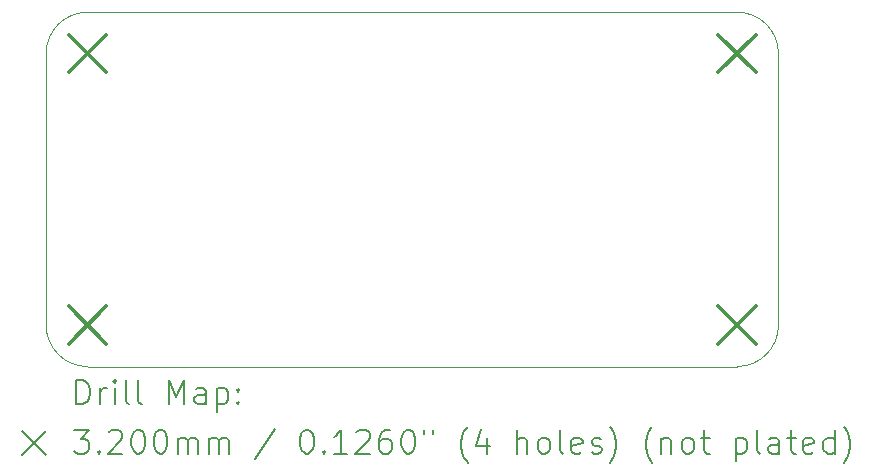
<source format=gbr>
%TF.GenerationSoftware,KiCad,Pcbnew,7.0.8*%
%TF.CreationDate,2023-10-17T18:42:54+11:00*%
%TF.ProjectId,bstconv,62737463-6f6e-4762-9e6b-696361645f70,rev?*%
%TF.SameCoordinates,Original*%
%TF.FileFunction,Drillmap*%
%TF.FilePolarity,Positive*%
%FSLAX45Y45*%
G04 Gerber Fmt 4.5, Leading zero omitted, Abs format (unit mm)*
G04 Created by KiCad (PCBNEW 7.0.8) date 2023-10-17 18:42:54*
%MOMM*%
%LPD*%
G01*
G04 APERTURE LIST*
%ADD10C,0.100000*%
%ADD11C,0.200000*%
%ADD12C,0.320000*%
G04 APERTURE END LIST*
D10*
X12250000Y-13300000D02*
X17750000Y-13300000D01*
X17750000Y-16300000D02*
X12250000Y-16300000D01*
X11900000Y-15950000D02*
G75*
G03*
X12250000Y-16300000I350000J0D01*
G01*
X11900000Y-15950000D02*
X11900000Y-13650000D01*
X18100000Y-13650000D02*
G75*
G03*
X17750000Y-13300000I-350000J0D01*
G01*
X12250000Y-13300000D02*
G75*
G03*
X11900000Y-13650000I0J-350000D01*
G01*
X18100000Y-13650000D02*
X18100000Y-15950000D01*
X17750000Y-16300000D02*
G75*
G03*
X18100000Y-15950000I0J350000D01*
G01*
D11*
D12*
X12090000Y-13490000D02*
X12410000Y-13810000D01*
X12410000Y-13490000D02*
X12090000Y-13810000D01*
X12090000Y-15790000D02*
X12410000Y-16110000D01*
X12410000Y-15790000D02*
X12090000Y-16110000D01*
X17590000Y-13490000D02*
X17910000Y-13810000D01*
X17910000Y-13490000D02*
X17590000Y-13810000D01*
X17590000Y-15790000D02*
X17910000Y-16110000D01*
X17910000Y-15790000D02*
X17590000Y-16110000D01*
D11*
X12155777Y-16616484D02*
X12155777Y-16416484D01*
X12155777Y-16416484D02*
X12203396Y-16416484D01*
X12203396Y-16416484D02*
X12231967Y-16426008D01*
X12231967Y-16426008D02*
X12251015Y-16445055D01*
X12251015Y-16445055D02*
X12260539Y-16464103D01*
X12260539Y-16464103D02*
X12270062Y-16502198D01*
X12270062Y-16502198D02*
X12270062Y-16530769D01*
X12270062Y-16530769D02*
X12260539Y-16568865D01*
X12260539Y-16568865D02*
X12251015Y-16587912D01*
X12251015Y-16587912D02*
X12231967Y-16606960D01*
X12231967Y-16606960D02*
X12203396Y-16616484D01*
X12203396Y-16616484D02*
X12155777Y-16616484D01*
X12355777Y-16616484D02*
X12355777Y-16483150D01*
X12355777Y-16521246D02*
X12365301Y-16502198D01*
X12365301Y-16502198D02*
X12374824Y-16492674D01*
X12374824Y-16492674D02*
X12393872Y-16483150D01*
X12393872Y-16483150D02*
X12412920Y-16483150D01*
X12479586Y-16616484D02*
X12479586Y-16483150D01*
X12479586Y-16416484D02*
X12470062Y-16426008D01*
X12470062Y-16426008D02*
X12479586Y-16435531D01*
X12479586Y-16435531D02*
X12489110Y-16426008D01*
X12489110Y-16426008D02*
X12479586Y-16416484D01*
X12479586Y-16416484D02*
X12479586Y-16435531D01*
X12603396Y-16616484D02*
X12584348Y-16606960D01*
X12584348Y-16606960D02*
X12574824Y-16587912D01*
X12574824Y-16587912D02*
X12574824Y-16416484D01*
X12708158Y-16616484D02*
X12689110Y-16606960D01*
X12689110Y-16606960D02*
X12679586Y-16587912D01*
X12679586Y-16587912D02*
X12679586Y-16416484D01*
X12936729Y-16616484D02*
X12936729Y-16416484D01*
X12936729Y-16416484D02*
X13003396Y-16559341D01*
X13003396Y-16559341D02*
X13070062Y-16416484D01*
X13070062Y-16416484D02*
X13070062Y-16616484D01*
X13251015Y-16616484D02*
X13251015Y-16511722D01*
X13251015Y-16511722D02*
X13241491Y-16492674D01*
X13241491Y-16492674D02*
X13222443Y-16483150D01*
X13222443Y-16483150D02*
X13184348Y-16483150D01*
X13184348Y-16483150D02*
X13165301Y-16492674D01*
X13251015Y-16606960D02*
X13231967Y-16616484D01*
X13231967Y-16616484D02*
X13184348Y-16616484D01*
X13184348Y-16616484D02*
X13165301Y-16606960D01*
X13165301Y-16606960D02*
X13155777Y-16587912D01*
X13155777Y-16587912D02*
X13155777Y-16568865D01*
X13155777Y-16568865D02*
X13165301Y-16549817D01*
X13165301Y-16549817D02*
X13184348Y-16540293D01*
X13184348Y-16540293D02*
X13231967Y-16540293D01*
X13231967Y-16540293D02*
X13251015Y-16530769D01*
X13346253Y-16483150D02*
X13346253Y-16683150D01*
X13346253Y-16492674D02*
X13365301Y-16483150D01*
X13365301Y-16483150D02*
X13403396Y-16483150D01*
X13403396Y-16483150D02*
X13422443Y-16492674D01*
X13422443Y-16492674D02*
X13431967Y-16502198D01*
X13431967Y-16502198D02*
X13441491Y-16521246D01*
X13441491Y-16521246D02*
X13441491Y-16578388D01*
X13441491Y-16578388D02*
X13431967Y-16597436D01*
X13431967Y-16597436D02*
X13422443Y-16606960D01*
X13422443Y-16606960D02*
X13403396Y-16616484D01*
X13403396Y-16616484D02*
X13365301Y-16616484D01*
X13365301Y-16616484D02*
X13346253Y-16606960D01*
X13527205Y-16597436D02*
X13536729Y-16606960D01*
X13536729Y-16606960D02*
X13527205Y-16616484D01*
X13527205Y-16616484D02*
X13517682Y-16606960D01*
X13517682Y-16606960D02*
X13527205Y-16597436D01*
X13527205Y-16597436D02*
X13527205Y-16616484D01*
X13527205Y-16492674D02*
X13536729Y-16502198D01*
X13536729Y-16502198D02*
X13527205Y-16511722D01*
X13527205Y-16511722D02*
X13517682Y-16502198D01*
X13517682Y-16502198D02*
X13527205Y-16492674D01*
X13527205Y-16492674D02*
X13527205Y-16511722D01*
X11695000Y-16845000D02*
X11895000Y-17045000D01*
X11895000Y-16845000D02*
X11695000Y-17045000D01*
X12136729Y-16836484D02*
X12260539Y-16836484D01*
X12260539Y-16836484D02*
X12193872Y-16912674D01*
X12193872Y-16912674D02*
X12222443Y-16912674D01*
X12222443Y-16912674D02*
X12241491Y-16922198D01*
X12241491Y-16922198D02*
X12251015Y-16931722D01*
X12251015Y-16931722D02*
X12260539Y-16950770D01*
X12260539Y-16950770D02*
X12260539Y-16998389D01*
X12260539Y-16998389D02*
X12251015Y-17017436D01*
X12251015Y-17017436D02*
X12241491Y-17026960D01*
X12241491Y-17026960D02*
X12222443Y-17036484D01*
X12222443Y-17036484D02*
X12165301Y-17036484D01*
X12165301Y-17036484D02*
X12146253Y-17026960D01*
X12146253Y-17026960D02*
X12136729Y-17017436D01*
X12346253Y-17017436D02*
X12355777Y-17026960D01*
X12355777Y-17026960D02*
X12346253Y-17036484D01*
X12346253Y-17036484D02*
X12336729Y-17026960D01*
X12336729Y-17026960D02*
X12346253Y-17017436D01*
X12346253Y-17017436D02*
X12346253Y-17036484D01*
X12431967Y-16855531D02*
X12441491Y-16846008D01*
X12441491Y-16846008D02*
X12460539Y-16836484D01*
X12460539Y-16836484D02*
X12508158Y-16836484D01*
X12508158Y-16836484D02*
X12527205Y-16846008D01*
X12527205Y-16846008D02*
X12536729Y-16855531D01*
X12536729Y-16855531D02*
X12546253Y-16874579D01*
X12546253Y-16874579D02*
X12546253Y-16893627D01*
X12546253Y-16893627D02*
X12536729Y-16922198D01*
X12536729Y-16922198D02*
X12422443Y-17036484D01*
X12422443Y-17036484D02*
X12546253Y-17036484D01*
X12670062Y-16836484D02*
X12689110Y-16836484D01*
X12689110Y-16836484D02*
X12708158Y-16846008D01*
X12708158Y-16846008D02*
X12717682Y-16855531D01*
X12717682Y-16855531D02*
X12727205Y-16874579D01*
X12727205Y-16874579D02*
X12736729Y-16912674D01*
X12736729Y-16912674D02*
X12736729Y-16960293D01*
X12736729Y-16960293D02*
X12727205Y-16998389D01*
X12727205Y-16998389D02*
X12717682Y-17017436D01*
X12717682Y-17017436D02*
X12708158Y-17026960D01*
X12708158Y-17026960D02*
X12689110Y-17036484D01*
X12689110Y-17036484D02*
X12670062Y-17036484D01*
X12670062Y-17036484D02*
X12651015Y-17026960D01*
X12651015Y-17026960D02*
X12641491Y-17017436D01*
X12641491Y-17017436D02*
X12631967Y-16998389D01*
X12631967Y-16998389D02*
X12622443Y-16960293D01*
X12622443Y-16960293D02*
X12622443Y-16912674D01*
X12622443Y-16912674D02*
X12631967Y-16874579D01*
X12631967Y-16874579D02*
X12641491Y-16855531D01*
X12641491Y-16855531D02*
X12651015Y-16846008D01*
X12651015Y-16846008D02*
X12670062Y-16836484D01*
X12860539Y-16836484D02*
X12879586Y-16836484D01*
X12879586Y-16836484D02*
X12898634Y-16846008D01*
X12898634Y-16846008D02*
X12908158Y-16855531D01*
X12908158Y-16855531D02*
X12917682Y-16874579D01*
X12917682Y-16874579D02*
X12927205Y-16912674D01*
X12927205Y-16912674D02*
X12927205Y-16960293D01*
X12927205Y-16960293D02*
X12917682Y-16998389D01*
X12917682Y-16998389D02*
X12908158Y-17017436D01*
X12908158Y-17017436D02*
X12898634Y-17026960D01*
X12898634Y-17026960D02*
X12879586Y-17036484D01*
X12879586Y-17036484D02*
X12860539Y-17036484D01*
X12860539Y-17036484D02*
X12841491Y-17026960D01*
X12841491Y-17026960D02*
X12831967Y-17017436D01*
X12831967Y-17017436D02*
X12822443Y-16998389D01*
X12822443Y-16998389D02*
X12812920Y-16960293D01*
X12812920Y-16960293D02*
X12812920Y-16912674D01*
X12812920Y-16912674D02*
X12822443Y-16874579D01*
X12822443Y-16874579D02*
X12831967Y-16855531D01*
X12831967Y-16855531D02*
X12841491Y-16846008D01*
X12841491Y-16846008D02*
X12860539Y-16836484D01*
X13012920Y-17036484D02*
X13012920Y-16903150D01*
X13012920Y-16922198D02*
X13022443Y-16912674D01*
X13022443Y-16912674D02*
X13041491Y-16903150D01*
X13041491Y-16903150D02*
X13070063Y-16903150D01*
X13070063Y-16903150D02*
X13089110Y-16912674D01*
X13089110Y-16912674D02*
X13098634Y-16931722D01*
X13098634Y-16931722D02*
X13098634Y-17036484D01*
X13098634Y-16931722D02*
X13108158Y-16912674D01*
X13108158Y-16912674D02*
X13127205Y-16903150D01*
X13127205Y-16903150D02*
X13155777Y-16903150D01*
X13155777Y-16903150D02*
X13174824Y-16912674D01*
X13174824Y-16912674D02*
X13184348Y-16931722D01*
X13184348Y-16931722D02*
X13184348Y-17036484D01*
X13279586Y-17036484D02*
X13279586Y-16903150D01*
X13279586Y-16922198D02*
X13289110Y-16912674D01*
X13289110Y-16912674D02*
X13308158Y-16903150D01*
X13308158Y-16903150D02*
X13336729Y-16903150D01*
X13336729Y-16903150D02*
X13355777Y-16912674D01*
X13355777Y-16912674D02*
X13365301Y-16931722D01*
X13365301Y-16931722D02*
X13365301Y-17036484D01*
X13365301Y-16931722D02*
X13374824Y-16912674D01*
X13374824Y-16912674D02*
X13393872Y-16903150D01*
X13393872Y-16903150D02*
X13422443Y-16903150D01*
X13422443Y-16903150D02*
X13441491Y-16912674D01*
X13441491Y-16912674D02*
X13451015Y-16931722D01*
X13451015Y-16931722D02*
X13451015Y-17036484D01*
X13841491Y-16826960D02*
X13670063Y-17084103D01*
X14098634Y-16836484D02*
X14117682Y-16836484D01*
X14117682Y-16836484D02*
X14136729Y-16846008D01*
X14136729Y-16846008D02*
X14146253Y-16855531D01*
X14146253Y-16855531D02*
X14155777Y-16874579D01*
X14155777Y-16874579D02*
X14165301Y-16912674D01*
X14165301Y-16912674D02*
X14165301Y-16960293D01*
X14165301Y-16960293D02*
X14155777Y-16998389D01*
X14155777Y-16998389D02*
X14146253Y-17017436D01*
X14146253Y-17017436D02*
X14136729Y-17026960D01*
X14136729Y-17026960D02*
X14117682Y-17036484D01*
X14117682Y-17036484D02*
X14098634Y-17036484D01*
X14098634Y-17036484D02*
X14079586Y-17026960D01*
X14079586Y-17026960D02*
X14070063Y-17017436D01*
X14070063Y-17017436D02*
X14060539Y-16998389D01*
X14060539Y-16998389D02*
X14051015Y-16960293D01*
X14051015Y-16960293D02*
X14051015Y-16912674D01*
X14051015Y-16912674D02*
X14060539Y-16874579D01*
X14060539Y-16874579D02*
X14070063Y-16855531D01*
X14070063Y-16855531D02*
X14079586Y-16846008D01*
X14079586Y-16846008D02*
X14098634Y-16836484D01*
X14251015Y-17017436D02*
X14260539Y-17026960D01*
X14260539Y-17026960D02*
X14251015Y-17036484D01*
X14251015Y-17036484D02*
X14241491Y-17026960D01*
X14241491Y-17026960D02*
X14251015Y-17017436D01*
X14251015Y-17017436D02*
X14251015Y-17036484D01*
X14451015Y-17036484D02*
X14336729Y-17036484D01*
X14393872Y-17036484D02*
X14393872Y-16836484D01*
X14393872Y-16836484D02*
X14374825Y-16865055D01*
X14374825Y-16865055D02*
X14355777Y-16884103D01*
X14355777Y-16884103D02*
X14336729Y-16893627D01*
X14527206Y-16855531D02*
X14536729Y-16846008D01*
X14536729Y-16846008D02*
X14555777Y-16836484D01*
X14555777Y-16836484D02*
X14603396Y-16836484D01*
X14603396Y-16836484D02*
X14622444Y-16846008D01*
X14622444Y-16846008D02*
X14631967Y-16855531D01*
X14631967Y-16855531D02*
X14641491Y-16874579D01*
X14641491Y-16874579D02*
X14641491Y-16893627D01*
X14641491Y-16893627D02*
X14631967Y-16922198D01*
X14631967Y-16922198D02*
X14517682Y-17036484D01*
X14517682Y-17036484D02*
X14641491Y-17036484D01*
X14812920Y-16836484D02*
X14774825Y-16836484D01*
X14774825Y-16836484D02*
X14755777Y-16846008D01*
X14755777Y-16846008D02*
X14746253Y-16855531D01*
X14746253Y-16855531D02*
X14727206Y-16884103D01*
X14727206Y-16884103D02*
X14717682Y-16922198D01*
X14717682Y-16922198D02*
X14717682Y-16998389D01*
X14717682Y-16998389D02*
X14727206Y-17017436D01*
X14727206Y-17017436D02*
X14736729Y-17026960D01*
X14736729Y-17026960D02*
X14755777Y-17036484D01*
X14755777Y-17036484D02*
X14793872Y-17036484D01*
X14793872Y-17036484D02*
X14812920Y-17026960D01*
X14812920Y-17026960D02*
X14822444Y-17017436D01*
X14822444Y-17017436D02*
X14831967Y-16998389D01*
X14831967Y-16998389D02*
X14831967Y-16950770D01*
X14831967Y-16950770D02*
X14822444Y-16931722D01*
X14822444Y-16931722D02*
X14812920Y-16922198D01*
X14812920Y-16922198D02*
X14793872Y-16912674D01*
X14793872Y-16912674D02*
X14755777Y-16912674D01*
X14755777Y-16912674D02*
X14736729Y-16922198D01*
X14736729Y-16922198D02*
X14727206Y-16931722D01*
X14727206Y-16931722D02*
X14717682Y-16950770D01*
X14955777Y-16836484D02*
X14974825Y-16836484D01*
X14974825Y-16836484D02*
X14993872Y-16846008D01*
X14993872Y-16846008D02*
X15003396Y-16855531D01*
X15003396Y-16855531D02*
X15012920Y-16874579D01*
X15012920Y-16874579D02*
X15022444Y-16912674D01*
X15022444Y-16912674D02*
X15022444Y-16960293D01*
X15022444Y-16960293D02*
X15012920Y-16998389D01*
X15012920Y-16998389D02*
X15003396Y-17017436D01*
X15003396Y-17017436D02*
X14993872Y-17026960D01*
X14993872Y-17026960D02*
X14974825Y-17036484D01*
X14974825Y-17036484D02*
X14955777Y-17036484D01*
X14955777Y-17036484D02*
X14936729Y-17026960D01*
X14936729Y-17026960D02*
X14927206Y-17017436D01*
X14927206Y-17017436D02*
X14917682Y-16998389D01*
X14917682Y-16998389D02*
X14908158Y-16960293D01*
X14908158Y-16960293D02*
X14908158Y-16912674D01*
X14908158Y-16912674D02*
X14917682Y-16874579D01*
X14917682Y-16874579D02*
X14927206Y-16855531D01*
X14927206Y-16855531D02*
X14936729Y-16846008D01*
X14936729Y-16846008D02*
X14955777Y-16836484D01*
X15098634Y-16836484D02*
X15098634Y-16874579D01*
X15174825Y-16836484D02*
X15174825Y-16874579D01*
X15470063Y-17112674D02*
X15460539Y-17103150D01*
X15460539Y-17103150D02*
X15441491Y-17074579D01*
X15441491Y-17074579D02*
X15431968Y-17055531D01*
X15431968Y-17055531D02*
X15422444Y-17026960D01*
X15422444Y-17026960D02*
X15412920Y-16979341D01*
X15412920Y-16979341D02*
X15412920Y-16941246D01*
X15412920Y-16941246D02*
X15422444Y-16893627D01*
X15422444Y-16893627D02*
X15431968Y-16865055D01*
X15431968Y-16865055D02*
X15441491Y-16846008D01*
X15441491Y-16846008D02*
X15460539Y-16817436D01*
X15460539Y-16817436D02*
X15470063Y-16807912D01*
X15631968Y-16903150D02*
X15631968Y-17036484D01*
X15584348Y-16826960D02*
X15536729Y-16969817D01*
X15536729Y-16969817D02*
X15660539Y-16969817D01*
X15889110Y-17036484D02*
X15889110Y-16836484D01*
X15974825Y-17036484D02*
X15974825Y-16931722D01*
X15974825Y-16931722D02*
X15965301Y-16912674D01*
X15965301Y-16912674D02*
X15946253Y-16903150D01*
X15946253Y-16903150D02*
X15917682Y-16903150D01*
X15917682Y-16903150D02*
X15898634Y-16912674D01*
X15898634Y-16912674D02*
X15889110Y-16922198D01*
X16098634Y-17036484D02*
X16079587Y-17026960D01*
X16079587Y-17026960D02*
X16070063Y-17017436D01*
X16070063Y-17017436D02*
X16060539Y-16998389D01*
X16060539Y-16998389D02*
X16060539Y-16941246D01*
X16060539Y-16941246D02*
X16070063Y-16922198D01*
X16070063Y-16922198D02*
X16079587Y-16912674D01*
X16079587Y-16912674D02*
X16098634Y-16903150D01*
X16098634Y-16903150D02*
X16127206Y-16903150D01*
X16127206Y-16903150D02*
X16146253Y-16912674D01*
X16146253Y-16912674D02*
X16155777Y-16922198D01*
X16155777Y-16922198D02*
X16165301Y-16941246D01*
X16165301Y-16941246D02*
X16165301Y-16998389D01*
X16165301Y-16998389D02*
X16155777Y-17017436D01*
X16155777Y-17017436D02*
X16146253Y-17026960D01*
X16146253Y-17026960D02*
X16127206Y-17036484D01*
X16127206Y-17036484D02*
X16098634Y-17036484D01*
X16279587Y-17036484D02*
X16260539Y-17026960D01*
X16260539Y-17026960D02*
X16251015Y-17007912D01*
X16251015Y-17007912D02*
X16251015Y-16836484D01*
X16431968Y-17026960D02*
X16412920Y-17036484D01*
X16412920Y-17036484D02*
X16374825Y-17036484D01*
X16374825Y-17036484D02*
X16355777Y-17026960D01*
X16355777Y-17026960D02*
X16346253Y-17007912D01*
X16346253Y-17007912D02*
X16346253Y-16931722D01*
X16346253Y-16931722D02*
X16355777Y-16912674D01*
X16355777Y-16912674D02*
X16374825Y-16903150D01*
X16374825Y-16903150D02*
X16412920Y-16903150D01*
X16412920Y-16903150D02*
X16431968Y-16912674D01*
X16431968Y-16912674D02*
X16441491Y-16931722D01*
X16441491Y-16931722D02*
X16441491Y-16950770D01*
X16441491Y-16950770D02*
X16346253Y-16969817D01*
X16517682Y-17026960D02*
X16536730Y-17036484D01*
X16536730Y-17036484D02*
X16574825Y-17036484D01*
X16574825Y-17036484D02*
X16593872Y-17026960D01*
X16593872Y-17026960D02*
X16603396Y-17007912D01*
X16603396Y-17007912D02*
X16603396Y-16998389D01*
X16603396Y-16998389D02*
X16593872Y-16979341D01*
X16593872Y-16979341D02*
X16574825Y-16969817D01*
X16574825Y-16969817D02*
X16546253Y-16969817D01*
X16546253Y-16969817D02*
X16527206Y-16960293D01*
X16527206Y-16960293D02*
X16517682Y-16941246D01*
X16517682Y-16941246D02*
X16517682Y-16931722D01*
X16517682Y-16931722D02*
X16527206Y-16912674D01*
X16527206Y-16912674D02*
X16546253Y-16903150D01*
X16546253Y-16903150D02*
X16574825Y-16903150D01*
X16574825Y-16903150D02*
X16593872Y-16912674D01*
X16670063Y-17112674D02*
X16679587Y-17103150D01*
X16679587Y-17103150D02*
X16698634Y-17074579D01*
X16698634Y-17074579D02*
X16708158Y-17055531D01*
X16708158Y-17055531D02*
X16717682Y-17026960D01*
X16717682Y-17026960D02*
X16727206Y-16979341D01*
X16727206Y-16979341D02*
X16727206Y-16941246D01*
X16727206Y-16941246D02*
X16717682Y-16893627D01*
X16717682Y-16893627D02*
X16708158Y-16865055D01*
X16708158Y-16865055D02*
X16698634Y-16846008D01*
X16698634Y-16846008D02*
X16679587Y-16817436D01*
X16679587Y-16817436D02*
X16670063Y-16807912D01*
X17031968Y-17112674D02*
X17022444Y-17103150D01*
X17022444Y-17103150D02*
X17003396Y-17074579D01*
X17003396Y-17074579D02*
X16993873Y-17055531D01*
X16993873Y-17055531D02*
X16984349Y-17026960D01*
X16984349Y-17026960D02*
X16974825Y-16979341D01*
X16974825Y-16979341D02*
X16974825Y-16941246D01*
X16974825Y-16941246D02*
X16984349Y-16893627D01*
X16984349Y-16893627D02*
X16993873Y-16865055D01*
X16993873Y-16865055D02*
X17003396Y-16846008D01*
X17003396Y-16846008D02*
X17022444Y-16817436D01*
X17022444Y-16817436D02*
X17031968Y-16807912D01*
X17108158Y-16903150D02*
X17108158Y-17036484D01*
X17108158Y-16922198D02*
X17117682Y-16912674D01*
X17117682Y-16912674D02*
X17136730Y-16903150D01*
X17136730Y-16903150D02*
X17165301Y-16903150D01*
X17165301Y-16903150D02*
X17184349Y-16912674D01*
X17184349Y-16912674D02*
X17193873Y-16931722D01*
X17193873Y-16931722D02*
X17193873Y-17036484D01*
X17317682Y-17036484D02*
X17298634Y-17026960D01*
X17298634Y-17026960D02*
X17289111Y-17017436D01*
X17289111Y-17017436D02*
X17279587Y-16998389D01*
X17279587Y-16998389D02*
X17279587Y-16941246D01*
X17279587Y-16941246D02*
X17289111Y-16922198D01*
X17289111Y-16922198D02*
X17298634Y-16912674D01*
X17298634Y-16912674D02*
X17317682Y-16903150D01*
X17317682Y-16903150D02*
X17346254Y-16903150D01*
X17346254Y-16903150D02*
X17365301Y-16912674D01*
X17365301Y-16912674D02*
X17374825Y-16922198D01*
X17374825Y-16922198D02*
X17384349Y-16941246D01*
X17384349Y-16941246D02*
X17384349Y-16998389D01*
X17384349Y-16998389D02*
X17374825Y-17017436D01*
X17374825Y-17017436D02*
X17365301Y-17026960D01*
X17365301Y-17026960D02*
X17346254Y-17036484D01*
X17346254Y-17036484D02*
X17317682Y-17036484D01*
X17441492Y-16903150D02*
X17517682Y-16903150D01*
X17470063Y-16836484D02*
X17470063Y-17007912D01*
X17470063Y-17007912D02*
X17479587Y-17026960D01*
X17479587Y-17026960D02*
X17498634Y-17036484D01*
X17498634Y-17036484D02*
X17517682Y-17036484D01*
X17736730Y-16903150D02*
X17736730Y-17103150D01*
X17736730Y-16912674D02*
X17755777Y-16903150D01*
X17755777Y-16903150D02*
X17793873Y-16903150D01*
X17793873Y-16903150D02*
X17812920Y-16912674D01*
X17812920Y-16912674D02*
X17822444Y-16922198D01*
X17822444Y-16922198D02*
X17831968Y-16941246D01*
X17831968Y-16941246D02*
X17831968Y-16998389D01*
X17831968Y-16998389D02*
X17822444Y-17017436D01*
X17822444Y-17017436D02*
X17812920Y-17026960D01*
X17812920Y-17026960D02*
X17793873Y-17036484D01*
X17793873Y-17036484D02*
X17755777Y-17036484D01*
X17755777Y-17036484D02*
X17736730Y-17026960D01*
X17946254Y-17036484D02*
X17927206Y-17026960D01*
X17927206Y-17026960D02*
X17917682Y-17007912D01*
X17917682Y-17007912D02*
X17917682Y-16836484D01*
X18108158Y-17036484D02*
X18108158Y-16931722D01*
X18108158Y-16931722D02*
X18098635Y-16912674D01*
X18098635Y-16912674D02*
X18079587Y-16903150D01*
X18079587Y-16903150D02*
X18041492Y-16903150D01*
X18041492Y-16903150D02*
X18022444Y-16912674D01*
X18108158Y-17026960D02*
X18089111Y-17036484D01*
X18089111Y-17036484D02*
X18041492Y-17036484D01*
X18041492Y-17036484D02*
X18022444Y-17026960D01*
X18022444Y-17026960D02*
X18012920Y-17007912D01*
X18012920Y-17007912D02*
X18012920Y-16988865D01*
X18012920Y-16988865D02*
X18022444Y-16969817D01*
X18022444Y-16969817D02*
X18041492Y-16960293D01*
X18041492Y-16960293D02*
X18089111Y-16960293D01*
X18089111Y-16960293D02*
X18108158Y-16950770D01*
X18174825Y-16903150D02*
X18251015Y-16903150D01*
X18203396Y-16836484D02*
X18203396Y-17007912D01*
X18203396Y-17007912D02*
X18212920Y-17026960D01*
X18212920Y-17026960D02*
X18231968Y-17036484D01*
X18231968Y-17036484D02*
X18251015Y-17036484D01*
X18393873Y-17026960D02*
X18374825Y-17036484D01*
X18374825Y-17036484D02*
X18336730Y-17036484D01*
X18336730Y-17036484D02*
X18317682Y-17026960D01*
X18317682Y-17026960D02*
X18308158Y-17007912D01*
X18308158Y-17007912D02*
X18308158Y-16931722D01*
X18308158Y-16931722D02*
X18317682Y-16912674D01*
X18317682Y-16912674D02*
X18336730Y-16903150D01*
X18336730Y-16903150D02*
X18374825Y-16903150D01*
X18374825Y-16903150D02*
X18393873Y-16912674D01*
X18393873Y-16912674D02*
X18403396Y-16931722D01*
X18403396Y-16931722D02*
X18403396Y-16950770D01*
X18403396Y-16950770D02*
X18308158Y-16969817D01*
X18574825Y-17036484D02*
X18574825Y-16836484D01*
X18574825Y-17026960D02*
X18555777Y-17036484D01*
X18555777Y-17036484D02*
X18517682Y-17036484D01*
X18517682Y-17036484D02*
X18498635Y-17026960D01*
X18498635Y-17026960D02*
X18489111Y-17017436D01*
X18489111Y-17017436D02*
X18479587Y-16998389D01*
X18479587Y-16998389D02*
X18479587Y-16941246D01*
X18479587Y-16941246D02*
X18489111Y-16922198D01*
X18489111Y-16922198D02*
X18498635Y-16912674D01*
X18498635Y-16912674D02*
X18517682Y-16903150D01*
X18517682Y-16903150D02*
X18555777Y-16903150D01*
X18555777Y-16903150D02*
X18574825Y-16912674D01*
X18651016Y-17112674D02*
X18660539Y-17103150D01*
X18660539Y-17103150D02*
X18679587Y-17074579D01*
X18679587Y-17074579D02*
X18689111Y-17055531D01*
X18689111Y-17055531D02*
X18698635Y-17026960D01*
X18698635Y-17026960D02*
X18708158Y-16979341D01*
X18708158Y-16979341D02*
X18708158Y-16941246D01*
X18708158Y-16941246D02*
X18698635Y-16893627D01*
X18698635Y-16893627D02*
X18689111Y-16865055D01*
X18689111Y-16865055D02*
X18679587Y-16846008D01*
X18679587Y-16846008D02*
X18660539Y-16817436D01*
X18660539Y-16817436D02*
X18651016Y-16807912D01*
M02*

</source>
